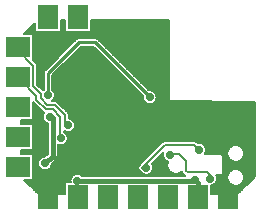
<source format=gbl>
G04 DipTrace 2.4.0.2*
%IN1dB-SBLE.gbl*%
%MOIN*%
%ADD13C,0.008*%
%ADD15C,0.015*%
%ADD16C,0.006*%
%ADD18C,0.01*%
%ADD25R,0.08X0.0669*%
%ADD26R,0.0669X0.08*%
%ADD34C,0.028*%
%ADD36C,0.028*%
%FSLAX44Y44*%
G04*
G70*
G90*
G75*
G01*
%LNBottom*%
%LPD*%
X6028Y4846D2*
D13*
Y4757D1*
X5897Y4887D1*
X5852D1*
X5242Y4277D1*
X4579D1*
X4455Y4401D1*
Y4507D1*
X4519Y4571D1*
X4714D1*
X4736Y4549D1*
X4593Y8669D2*
X5031Y9106D1*
X5438D1*
X5738Y9304D2*
Y9226D1*
X5520Y9008D1*
Y9024D1*
X5438Y9106D1*
X4709D1*
X4575Y9240D1*
X9478Y5989D2*
X10048D1*
X10812Y5226D1*
Y4951D1*
X10854Y4909D1*
X5738Y9304D2*
X6661D1*
X7414Y8550D1*
X10854Y4909D2*
Y4016D1*
X10813Y4056D1*
Y4949D1*
X10937Y3937D2*
X10854D1*
Y4909D1*
X7414Y8550D2*
X7455D1*
X8572Y7433D1*
Y7112D1*
X8747Y6937D1*
X7414Y8550D2*
D15*
Y8624D1*
X8083Y9294D1*
X7174D1*
X6949Y9519D1*
X8083Y9294D2*
X8261D1*
X8618Y9650D1*
X8250Y9294D2*
X8742Y8801D1*
X8083Y9294D2*
Y8705D1*
X8701Y8088D1*
X9230Y6850D2*
X10029D1*
X10061Y6882D1*
X10239D1*
X10952Y6169D1*
Y6211D1*
X11623Y6882D1*
X10952Y6169D2*
Y6092D1*
X11653Y5391D1*
X6372Y5277D2*
Y5191D1*
X6028Y4846D1*
X6371Y6785D2*
X6312D1*
X5902Y7195D1*
X7871Y6785D2*
X8596D1*
X8747Y6937D1*
X9143D1*
X9230Y6850D1*
X10332Y4547D2*
D13*
Y4651D1*
X10230Y4754D1*
X9579D1*
X9523Y4810D1*
Y5139D1*
X9284Y5378D1*
X8993D1*
Y5339D1*
X8199Y4911D2*
X8072D1*
X8824Y5663D1*
X9806D1*
X9963Y5506D1*
X4986Y6613D2*
D15*
X5019D1*
X5080Y6552D1*
Y5304D1*
X4830Y5054D1*
X4929Y7326D2*
D18*
Y8057D1*
X5957Y9086D1*
X6492D1*
X8316Y7262D1*
X5600Y6324D2*
D13*
X5496D1*
Y6659D1*
X5150Y7005D1*
X4908D1*
X4686Y7226D1*
Y7378D1*
X4439Y7625D1*
Y8312D1*
X3815Y8937D1*
X3937D1*
X5357Y5891D2*
X5342D1*
Y6609D1*
X5091Y6860D1*
X4849D1*
X4545Y7164D1*
Y7314D1*
X3922Y7937D1*
X3937D1*
X5910Y4480D2*
D15*
X9830D1*
Y4508D1*
X9937Y3937D2*
Y4400D1*
X9830Y4508D1*
D36*
X4575Y9240D3*
X5600Y6324D3*
X9478Y5989D3*
X9230Y6850D3*
X5357Y5891D3*
X7414Y8550D3*
X4929Y7326D3*
X8316Y7262D3*
X4986Y6613D3*
X4830Y5054D3*
X5592Y7530D3*
X6828Y7739D3*
X4702Y8175D3*
X4593Y8669D3*
X5438Y9106D3*
X5285Y8768D3*
X5738Y9304D3*
X4545Y4868D3*
X10854Y4909D3*
X5910Y4480D3*
X9830Y4508D3*
X8199Y4911D3*
X9963Y5506D3*
X6028Y4846D3*
X4736Y4549D3*
X5659Y8427D3*
X5902Y7195D3*
X8993Y5339D3*
X10332Y4547D3*
X4711Y5454D3*
X7873Y8300D3*
X6949Y9519D3*
X8618Y9650D3*
X8742Y8801D3*
X8701Y8088D3*
X8083Y9294D3*
X10061Y6882D3*
X11623D3*
X10952Y6169D3*
X11653Y5391D3*
X8747Y6937D3*
X5369Y9791D2*
D16*
X5504D1*
X6370D2*
X8960D1*
X5369Y9733D2*
X5504D1*
X6370D2*
X8960D1*
X4448Y9674D2*
X4504D1*
X5369D2*
X5504D1*
X6370D2*
X8960D1*
X4390Y9616D2*
X4504D1*
X5369D2*
X5504D1*
X6370D2*
X8960D1*
X4332Y9557D2*
X4504D1*
X5369D2*
X5504D1*
X6370D2*
X8960D1*
X4273Y9498D2*
X4504D1*
X5369D2*
X5504D1*
X6370D2*
X8960D1*
X4215Y9440D2*
X8960D1*
X4156Y9381D2*
X8960D1*
X4435Y9323D2*
X8960D1*
X4435Y9264D2*
X8960D1*
X4435Y9206D2*
X5875D1*
X6575D2*
X8960D1*
X4435Y9147D2*
X5812D1*
X6637D2*
X8960D1*
X4435Y9089D2*
X5753D1*
X6696D2*
X8960D1*
X4435Y9030D2*
X5695D1*
X6755D2*
X8960D1*
X4435Y8972D2*
X5636D1*
X6813D2*
X8960D1*
X4435Y8913D2*
X5578D1*
X5992D2*
X6458D1*
X6872D2*
X8960D1*
X4435Y8855D2*
X5519D1*
X5933D2*
X6516D1*
X6930D2*
X8960D1*
X4435Y8796D2*
X5460D1*
X5874D2*
X6575D1*
X6989D2*
X8960D1*
X4435Y8738D2*
X5402D1*
X5816D2*
X6633D1*
X7047D2*
X8960D1*
X4435Y8679D2*
X5343D1*
X5757D2*
X6692D1*
X7106D2*
X8960D1*
X4435Y8620D2*
X5285D1*
X5700D2*
X6751D1*
X7165D2*
X8960D1*
X4435Y8562D2*
X5227D1*
X5641D2*
X6809D1*
X7223D2*
X8960D1*
X4441Y8503D2*
X5168D1*
X5582D2*
X6868D1*
X7282D2*
X8960D1*
X4500Y8445D2*
X5110D1*
X5524D2*
X6926D1*
X7340D2*
X8960D1*
X4555Y8386D2*
X5051D1*
X5465D2*
X6984D1*
X7398D2*
X8960D1*
X4577Y8328D2*
X4993D1*
X5407D2*
X7043D1*
X7457D2*
X8960D1*
X4577Y8269D2*
X4934D1*
X5348D2*
X7101D1*
X7515D2*
X8960D1*
X4577Y8211D2*
X4875D1*
X5289D2*
X7160D1*
X7574D2*
X8960D1*
X4577Y8152D2*
X4817D1*
X5231D2*
X7218D1*
X7632D2*
X8960D1*
X4577Y8094D2*
X4785D1*
X5172D2*
X7277D1*
X7691D2*
X8960D1*
X4577Y8035D2*
X4781D1*
X5114D2*
X7336D1*
X7750D2*
X8960D1*
X4577Y7977D2*
X4781D1*
X5077D2*
X7394D1*
X7808D2*
X8960D1*
X4577Y7918D2*
X4781D1*
X5077D2*
X7453D1*
X7867D2*
X8959D1*
X4577Y7860D2*
X4781D1*
X5077D2*
X7511D1*
X7925D2*
X8959D1*
X4577Y7801D2*
X4781D1*
X5077D2*
X7570D1*
X7984D2*
X8959D1*
X4577Y7743D2*
X4781D1*
X5077D2*
X7629D1*
X8043D2*
X8959D1*
X4577Y7684D2*
X4781D1*
X5077D2*
X7687D1*
X8101D2*
X8959D1*
X4632Y7625D2*
X4781D1*
X5077D2*
X7746D1*
X8160D2*
X8959D1*
X4690Y7567D2*
X4781D1*
X5077D2*
X7804D1*
X8218D2*
X8959D1*
X4749Y7508D2*
X4780D1*
X5078D2*
X7862D1*
X8276D2*
X8959D1*
X5131Y7450D2*
X7921D1*
X8458D2*
X8959D1*
X5157Y7391D2*
X7979D1*
X8515D2*
X8959D1*
X5167Y7333D2*
X8038D1*
X8543D2*
X8959D1*
X5161Y7274D2*
X8078D1*
X8554D2*
X8959D1*
X5139Y7216D2*
X8082D1*
X8550D2*
X8959D1*
X5095Y7157D2*
X8103D1*
X8530D2*
X8959D1*
X5249Y7099D2*
X8145D1*
X8488D2*
X11832D1*
X4435Y7040D2*
X4476D1*
X5308D2*
X8241D1*
X8391D2*
X11832D1*
X4435Y6982D2*
X4535D1*
X5366D2*
X11832D1*
X4435Y6923D2*
X4594D1*
X5425D2*
X11832D1*
X4435Y6865D2*
X4652D1*
X5483D2*
X11832D1*
X4435Y6806D2*
X4710D1*
X5541D2*
X11832D1*
X4435Y6748D2*
X4774D1*
X5599D2*
X11832D1*
X4435Y6689D2*
X4760D1*
X5630D2*
X11833D1*
X4435Y6630D2*
X4748D1*
X5634D2*
X11833D1*
X4435Y6572D2*
X4752D1*
X5634D2*
X11833D1*
X4435Y6513D2*
X4770D1*
X5740D2*
X11833D1*
X4034Y6455D2*
X4810D1*
X5797D2*
X11833D1*
X4034Y6396D2*
X4897D1*
X5826D2*
X11833D1*
X4435Y6338D2*
X4907D1*
X5837D2*
X11833D1*
X4435Y6279D2*
X4907D1*
X5833D2*
X11833D1*
X4435Y6221D2*
X4907D1*
X5814D2*
X11833D1*
X4435Y6162D2*
X4907D1*
X5772D2*
X11833D1*
X4435Y6104D2*
X4907D1*
X5481D2*
X5519D1*
X5680D2*
X11833D1*
X4435Y6045D2*
X4907D1*
X5537D2*
X11833D1*
X4435Y5987D2*
X4907D1*
X5574D2*
X11834D1*
X4435Y5928D2*
X4907D1*
X5592D2*
X11834D1*
X4435Y5870D2*
X4907D1*
X5595D2*
X11834D1*
X4435Y5811D2*
X4907D1*
X5581D2*
X11834D1*
X4435Y5753D2*
X4907D1*
X5550D2*
X8721D1*
X9909D2*
X11834D1*
X4435Y5694D2*
X4907D1*
X5486D2*
X8662D1*
X10105D2*
X11834D1*
X4435Y5635D2*
X4907D1*
X5253D2*
X8604D1*
X10162D2*
X11049D1*
X11320D2*
X11834D1*
X4435Y5577D2*
X4907D1*
X5253D2*
X8545D1*
X10190D2*
X10972D1*
X11396D2*
X11834D1*
X4435Y5518D2*
X4907D1*
X5253D2*
X8486D1*
X10201D2*
X10931D1*
X11437D2*
X11834D1*
X4035Y5460D2*
X4907D1*
X5253D2*
X8428D1*
X10196D2*
X10909D1*
X11460D2*
X11834D1*
X4035Y5401D2*
X4907D1*
X5253D2*
X8369D1*
X10176D2*
X10899D1*
X11469D2*
X11834D1*
X4435Y5343D2*
X4877D1*
X5253D2*
X8311D1*
X8696D2*
X8755D1*
X10756D2*
X10903D1*
X11466D2*
X11834D1*
X4435Y5284D2*
X4797D1*
X5252D2*
X8252D1*
X8638D2*
X8762D1*
X10756D2*
X10919D1*
X11449D2*
X11834D1*
X4435Y5226D2*
X4668D1*
X5234D2*
X8193D1*
X8579D2*
X8784D1*
X10756D2*
X10952D1*
X11417D2*
X11834D1*
X4435Y5167D2*
X4622D1*
X5186D2*
X8135D1*
X8521D2*
X8831D1*
X10756D2*
X11008D1*
X11360D2*
X11834D1*
X4435Y5109D2*
X4598D1*
X5127D2*
X8070D1*
X8463D2*
X8927D1*
X10756D2*
X11834D1*
X4435Y5050D2*
X4592D1*
X5069D2*
X8006D1*
X8404D2*
X8906D1*
X10756D2*
X11834D1*
X4435Y4992D2*
X4600D1*
X5060D2*
X7962D1*
X8422D2*
X8899D1*
X10756D2*
X11834D1*
X4435Y4933D2*
X4625D1*
X5035D2*
X7936D1*
X8435D2*
X8905D1*
X10756D2*
X11834D1*
X4435Y4875D2*
X4676D1*
X4984D2*
X7939D1*
X8434D2*
X8924D1*
X10756D2*
X11834D1*
X4435Y4816D2*
X7975D1*
X8417D2*
X8959D1*
X10756D2*
X11017D1*
X11352D2*
X11834D1*
X4435Y4758D2*
X8019D1*
X8378D2*
X9022D1*
X9347D2*
X9395D1*
X10756D2*
X10956D1*
X11413D2*
X11834D1*
X4435Y4699D2*
X5828D1*
X5991D2*
X8099D1*
X8298D2*
X9441D1*
X10756D2*
X10922D1*
X11446D2*
X11834D1*
X4435Y4640D2*
X5736D1*
X10550D2*
X10904D1*
X11464D2*
X11834D1*
X4435Y4582D2*
X5695D1*
X10568D2*
X10899D1*
X11470D2*
X11796D1*
X4435Y4523D2*
X5675D1*
X10569D2*
X10907D1*
X11462D2*
X11737D1*
X4183Y4465D2*
X5672D1*
X10555D2*
X10928D1*
X11441D2*
X11678D1*
X4242Y4406D2*
X5504D1*
X10523D2*
X10967D1*
X11402D2*
X11618D1*
X4300Y4348D2*
X5504D1*
X10458D2*
X11037D1*
X11332D2*
X11560D1*
X4358Y4289D2*
X5504D1*
X10370D2*
X11501D1*
X4416Y4231D2*
X5504D1*
X10370D2*
X11441D1*
X4474Y4172D2*
X5504D1*
X10370D2*
X11382D1*
X4532Y4114D2*
X5504D1*
X10370D2*
X11322D1*
X4590Y4055D2*
X5504D1*
X10370D2*
X11263D1*
X4132Y9364D2*
X4429D1*
X4428Y8510D1*
X4533Y8406D1*
X4551Y8382D1*
X4564Y8356D1*
X4571Y8325D1*
X4572Y8133D1*
Y7679D1*
X4764Y7487D1*
X4787Y7509D1*
Y8057D1*
X4790Y8087D1*
X4799Y8115D1*
X4810Y8136D1*
X4849Y8179D1*
X5857Y9186D1*
X5880Y9205D1*
X5907Y9219D1*
X5929Y9225D1*
X5987Y9228D1*
X6492D1*
X6522Y9225D1*
X6550Y9216D1*
X6571Y9204D1*
X6614Y9165D1*
X8287Y7492D1*
X8328Y7494D1*
X8358Y7490D1*
X8387Y7483D1*
X8415Y7472D1*
X8441Y7458D1*
X8465Y7440D1*
X8487Y7419D1*
X8506Y7396D1*
X8521Y7371D1*
X8534Y7343D1*
X8542Y7315D1*
X8547Y7285D1*
X8548Y7262D1*
X8546Y7232D1*
X8541Y7203D1*
X8531Y7174D1*
X8518Y7147D1*
X8502Y7122D1*
X8482Y7100D1*
X8460Y7080D1*
X8436Y7063D1*
X8409Y7049D1*
X8381Y7039D1*
X8352Y7032D1*
X8322Y7030D1*
X8292Y7031D1*
X8263Y7036D1*
X8234Y7044D1*
X8207Y7057D1*
X8181Y7072D1*
X8158Y7091D1*
X8138Y7113D1*
X8120Y7137D1*
X8106Y7163D1*
X8095Y7191D1*
X8088Y7220D1*
X8084Y7250D1*
X8086Y7290D1*
X6481Y8896D1*
X6432Y8943D1*
X6016D1*
X5071Y7997D1*
Y7508D1*
X5100Y7483D1*
X5118Y7460D1*
X5134Y7434D1*
X5146Y7407D1*
X5155Y7378D1*
X5160Y7349D1*
X5161Y7326D1*
X5159Y7296D1*
X5153Y7266D1*
X5144Y7238D1*
X5131Y7211D1*
X5115Y7186D1*
X5095Y7163D1*
X5063Y7136D1*
X5150Y7137D1*
X5180Y7134D1*
X5208Y7124D1*
X5234Y7107D1*
X5370Y6971D1*
X5590Y6752D1*
X5608Y6729D1*
X5621Y6702D1*
X5628Y6672D1*
Y6555D1*
X5671Y6545D1*
X5698Y6534D1*
X5725Y6519D1*
X5749Y6502D1*
X5770Y6481D1*
X5789Y6458D1*
X5805Y6432D1*
X5817Y6405D1*
X5826Y6376D1*
X5831Y6347D1*
X5832Y6324D1*
X5830Y6294D1*
X5824Y6264D1*
X5815Y6236D1*
X5802Y6209D1*
X5785Y6184D1*
X5766Y6161D1*
X5744Y6141D1*
X5719Y6124D1*
X5693Y6111D1*
X5664Y6100D1*
X5635Y6094D1*
X5605Y6091D1*
X5576Y6092D1*
X5546Y6097D1*
X5518Y6106D1*
X5490Y6119D1*
X5474Y6129D1*
X5475Y6090D1*
X5506Y6069D1*
X5528Y6048D1*
X5547Y6025D1*
X5562Y6000D1*
X5575Y5972D1*
X5583Y5944D1*
X5588Y5914D1*
X5589Y5891D1*
X5588Y5861D1*
X5582Y5832D1*
X5572Y5803D1*
X5559Y5776D1*
X5543Y5751D1*
X5523Y5729D1*
X5501Y5709D1*
X5477Y5692D1*
X5450Y5678D1*
X5422Y5668D1*
X5393Y5661D1*
X5363Y5659D1*
X5333Y5660D1*
X5304Y5665D1*
X5275Y5674D1*
X5247Y5686D1*
Y5304D1*
X5244Y5274D1*
X5237Y5245D1*
X5224Y5218D1*
X5210Y5198D1*
X5092Y5079D1*
X5063Y5050D1*
X5055Y4994D1*
X5045Y4966D1*
X5032Y4939D1*
X5016Y4914D1*
X4996Y4891D1*
X4974Y4871D1*
X4949Y4854D1*
X4923Y4841D1*
X4895Y4830D1*
X4866Y4824D1*
X4836Y4821D1*
X4806Y4823D1*
X4776Y4828D1*
X4748Y4836D1*
X4721Y4849D1*
X4695Y4864D1*
X4672Y4883D1*
X4651Y4905D1*
X4634Y4929D1*
X4619Y4955D1*
X4609Y4983D1*
X4601Y5012D1*
X4598Y5042D1*
Y5072D1*
X4603Y5101D1*
X4611Y5130D1*
X4622Y5158D1*
X4637Y5184D1*
X4656Y5207D1*
X4677Y5228D1*
X4700Y5247D1*
X4726Y5262D1*
X4754Y5273D1*
X4783Y5281D1*
X4824Y5285D1*
X4913Y5374D1*
Y5603D1*
Y6393D1*
X4876Y6408D1*
X4851Y6424D1*
X4828Y6443D1*
X4807Y6465D1*
X4790Y6489D1*
X4775Y6515D1*
X4764Y6543D1*
X4757Y6572D1*
X4754Y6602D1*
Y6632D1*
X4758Y6661D1*
X4766Y6690D1*
X4778Y6718D1*
X4791Y6741D1*
X4765Y6758D1*
X4629Y6894D1*
X4452Y7070D1*
X4433Y7095D1*
X4429D1*
Y6510D1*
X4028D1*
X4029Y6365D1*
X4429Y6364D1*
Y5510D1*
X4030D1*
Y5364D1*
X4429D1*
Y4510D1*
X4133D1*
X4615Y4024D1*
X5510Y4025D1*
Y4429D1*
X5683D1*
X5678Y4468D1*
Y4498D1*
X5682Y4527D1*
X5690Y4556D1*
X5702Y4584D1*
X5717Y4609D1*
X5735Y4633D1*
X5757Y4654D1*
X5780Y4672D1*
X5806Y4687D1*
X5834Y4699D1*
X5863Y4707D1*
X5892Y4711D1*
X5922D1*
X5952Y4708D1*
X5981Y4701D1*
X6009Y4690D1*
X6035Y4675D1*
X6070Y4647D1*
X9501D1*
X9485Y4660D1*
X9429Y4716D1*
X9410Y4740D1*
X9398Y4766D1*
X9391Y4797D1*
X9389Y4798D1*
X9367Y4777D1*
X9343Y4759D1*
X9318Y4743D1*
X9291Y4730D1*
X9263Y4720D1*
X9234Y4714D1*
X9204Y4710D1*
X9174Y4709D1*
X9144Y4712D1*
X9115Y4718D1*
X9086Y4727D1*
X9059Y4739D1*
X9033Y4754D1*
X9009Y4771D1*
X8987Y4791D1*
X8967Y4814D1*
X8949Y4838D1*
X8934Y4864D1*
X8923Y4891D1*
X8914Y4920D1*
X8908Y4949D1*
X8905Y4979D1*
X8906Y5009D1*
X8910Y5039D1*
X8917Y5068D1*
X8935Y5114D1*
X8884Y5134D1*
X8859Y5150D1*
X8835Y5169D1*
X8815Y5191D1*
X8797Y5215D1*
X8783Y5241D1*
X8772Y5269D1*
X8765Y5298D1*
X8761Y5328D1*
X8762Y5357D1*
X8766Y5387D1*
X8774Y5416D1*
X8782Y5434D1*
X8391Y5043D1*
X8416Y4993D1*
X8425Y4964D1*
X8430Y4935D1*
X8431Y4911D1*
X8429Y4882D1*
X8423Y4852D1*
X8414Y4824D1*
X8401Y4797D1*
X8384Y4772D1*
X8365Y4749D1*
X8343Y4729D1*
X8318Y4712D1*
X8292Y4699D1*
X8263Y4688D1*
X8234Y4682D1*
X8204Y4679D1*
X8175Y4680D1*
X8145Y4685D1*
X8117Y4694D1*
X8089Y4706D1*
X8064Y4722D1*
X8041Y4741D1*
X8020Y4763D1*
X8002Y4787D1*
X7989Y4808D1*
X7968Y4830D1*
X7953Y4855D1*
X7943Y4883D1*
X7940Y4913D1*
X7944Y4943D1*
X7954Y4971D1*
X7979Y5005D1*
X7993Y5019D1*
X8006Y5041D1*
X8024Y5065D1*
X8045Y5086D1*
X8069Y5104D1*
X8091Y5117D1*
X8731Y5757D1*
X8754Y5775D1*
X8781Y5788D1*
X8811Y5795D1*
X9004Y5796D1*
X9806D1*
X9835Y5792D1*
X9864Y5782D1*
X9890Y5766D1*
X9921Y5735D1*
X9975Y5738D1*
X10005Y5735D1*
X10034Y5727D1*
X10062Y5717D1*
X10088Y5702D1*
X10112Y5684D1*
X10134Y5664D1*
X10152Y5641D1*
X10168Y5615D1*
X10180Y5588D1*
X10189Y5559D1*
X10194Y5530D1*
X10195Y5506D1*
X10193Y5476D1*
X10187Y5447D1*
X10178Y5419D1*
X10165Y5392D1*
X10154Y5375D1*
X10751Y5376D1*
Y4665D1*
X10533D1*
X10550Y4629D1*
X10559Y4600D1*
X10563Y4570D1*
X10565Y4547D1*
X10563Y4517D1*
X10557Y4488D1*
X10548Y4459D1*
X10535Y4433D1*
X10518Y4408D1*
X10499Y4385D1*
X10476Y4365D1*
X10452Y4348D1*
X10425Y4334D1*
X10397Y4324D1*
X10363Y4317D1*
X10364Y4100D1*
Y4024D1*
X10467Y4025D1*
X11240Y4026D1*
X11763Y4543D1*
X11841Y4619D1*
X11838Y6462D1*
X11837Y7116D1*
X8995Y7129D1*
X8970Y7143D1*
X8965Y7159D1*
X8967Y9844D1*
X6364Y9847D1*
Y9445D1*
X5510D1*
Y9848D1*
X5365Y9849D1*
X5364Y9592D1*
Y9445D1*
X4510D1*
Y9741D1*
X4132Y9363D1*
X11462Y5358D2*
X11457Y5329D1*
X11449Y5300D1*
X11438Y5272D1*
X11424Y5246D1*
X11408Y5221D1*
X11389Y5198D1*
X11367Y5177D1*
X11343Y5159D1*
X11318Y5143D1*
X11291Y5130D1*
X11263Y5120D1*
X11234Y5114D1*
X11204Y5110D1*
X11174Y5109D1*
X11144Y5112D1*
X11115Y5118D1*
X11086Y5127D1*
X11059Y5139D1*
X11033Y5154D1*
X11009Y5171D1*
X10987Y5191D1*
X10967Y5214D1*
X10949Y5238D1*
X10934Y5264D1*
X10923Y5291D1*
X10914Y5320D1*
X10908Y5349D1*
X10905Y5379D1*
X10906Y5409D1*
X10910Y5439D1*
X10917Y5468D1*
X10927Y5496D1*
X10940Y5523D1*
X10956Y5548D1*
X10974Y5572D1*
X10995Y5593D1*
X11018Y5612D1*
X11043Y5629D1*
X11069Y5643D1*
X11097Y5653D1*
X11126Y5661D1*
X11156Y5666D1*
X11185Y5667D1*
X11215Y5666D1*
X11245Y5661D1*
X11274Y5653D1*
X11301Y5642D1*
X11328Y5628D1*
X11353Y5611D1*
X11375Y5592D1*
X11396Y5570D1*
X11414Y5546D1*
X11430Y5521D1*
X11443Y5494D1*
X11453Y5466D1*
X11459Y5437D1*
X11464Y5388D1*
X11462Y5358D1*
Y4558D2*
X11457Y4529D1*
X11449Y4500D1*
X11438Y4472D1*
X11424Y4446D1*
X11408Y4421D1*
X11389Y4398D1*
X11367Y4377D1*
X11343Y4359D1*
X11318Y4343D1*
X11291Y4330D1*
X11263Y4320D1*
X11234Y4314D1*
X11204Y4310D1*
X11174Y4309D1*
X11144Y4312D1*
X11115Y4318D1*
X11086Y4327D1*
X11059Y4339D1*
X11033Y4354D1*
X11009Y4371D1*
X10987Y4391D1*
X10967Y4414D1*
X10949Y4438D1*
X10934Y4464D1*
X10923Y4491D1*
X10914Y4520D1*
X10908Y4549D1*
X10905Y4579D1*
X10906Y4609D1*
X10910Y4639D1*
X10917Y4668D1*
X10927Y4696D1*
X10940Y4723D1*
X10956Y4748D1*
X10974Y4772D1*
X10995Y4793D1*
X11018Y4812D1*
X11043Y4829D1*
X11069Y4843D1*
X11097Y4853D1*
X11126Y4861D1*
X11156Y4866D1*
X11185Y4867D1*
X11215Y4866D1*
X11245Y4861D1*
X11274Y4853D1*
X11301Y4842D1*
X11328Y4828D1*
X11353Y4811D1*
X11375Y4792D1*
X11396Y4770D1*
X11414Y4746D1*
X11430Y4721D1*
X11443Y4694D1*
X11453Y4666D1*
X11459Y4637D1*
X11464Y4588D1*
X11462Y4558D1*
D25*
X3937Y8937D3*
Y7937D3*
Y6937D3*
Y5937D3*
Y4937D3*
D26*
X4937Y9937D3*
X5937D3*
X6937Y3937D3*
X7937D3*
X8937D3*
X4937D3*
X5937D3*
X9937D3*
X10937D3*
D34*
X6372Y6183D3*
X6672D3*
X6972D3*
X7272D3*
X7572D3*
X7872D3*
X6372Y5881D3*
X6672D3*
X6972D3*
X7272D3*
X7572D3*
X7872D3*
X6374Y6483D3*
X6674D3*
X6974D3*
X7274D3*
X7574D3*
X7874D3*
X6372Y5579D3*
X6672D3*
X6972D3*
X7272D3*
X7572D3*
X7872D3*
X6372Y5277D3*
X6672D3*
X6972D3*
X7272D3*
X7572D3*
X7872D3*
X6371Y6785D3*
X6671D3*
X6971D3*
X7271D3*
X7571D3*
X7871D3*
M02*

</source>
